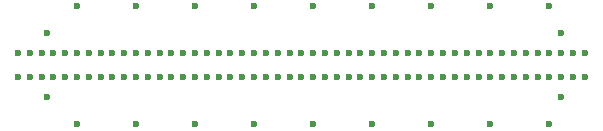
<source format=gbr>
G04 #@! TF.FileFunction,Copper,L2,Inr,Signal*
%FSLAX46Y46*%
G04 Gerber Fmt 4.6, Leading zero omitted, Abs format (unit mm)*
G04 Created by KiCad (PCBNEW 4.0.2-stable) date Mon Jul  4 16:25:18 2016*
%MOMM*%
G01*
G04 APERTURE LIST*
%ADD10C,0.100000*%
%ADD11C,0.600000*%
G04 APERTURE END LIST*
D10*
D11*
X120000000Y-85000000D03*
X125000000Y-85000000D03*
X130000000Y-85000000D03*
X135000000Y-85000000D03*
X140000000Y-85000000D03*
X145000000Y-85000000D03*
X150000000Y-85000000D03*
X155000000Y-85000000D03*
X160000000Y-85000000D03*
X160000000Y-95000000D03*
X155000000Y-95000000D03*
X150000000Y-95000000D03*
X145000000Y-95000000D03*
X140000000Y-95000000D03*
X135000000Y-95000000D03*
X130000000Y-95000000D03*
X125000000Y-95000000D03*
X120000000Y-95000000D03*
X163000000Y-91000000D03*
X162000000Y-91000000D03*
X161000000Y-91000000D03*
X160000000Y-91000000D03*
X159000000Y-91000000D03*
X158000000Y-91000000D03*
X157000000Y-91000000D03*
X156000000Y-91000000D03*
X155000000Y-91000000D03*
X154000000Y-91000000D03*
X153000000Y-91000000D03*
X152000000Y-91000000D03*
X151000000Y-91000000D03*
X150000000Y-91000000D03*
X149000000Y-91000000D03*
X148000000Y-91000000D03*
X147000000Y-91000000D03*
X146000000Y-91000000D03*
X145000000Y-91000000D03*
X144000000Y-91000000D03*
X143000000Y-91000000D03*
X142000000Y-91000000D03*
X141000000Y-91000000D03*
X140000000Y-91000000D03*
X139000000Y-91000000D03*
X138000000Y-91000000D03*
X137000000Y-91000000D03*
X136000000Y-91000000D03*
X135000000Y-91000000D03*
X134000000Y-91000000D03*
X133000000Y-91000000D03*
X132000000Y-91000000D03*
X131000000Y-91000000D03*
X130000000Y-91000000D03*
X129000000Y-91000000D03*
X128000000Y-91000000D03*
X127000000Y-91000000D03*
X126000000Y-91000000D03*
X125000000Y-91000000D03*
X124000000Y-91000000D03*
X123000000Y-91000000D03*
X122000000Y-91000000D03*
X121000000Y-91000000D03*
X120000000Y-91000000D03*
X119000000Y-91000000D03*
X118000000Y-91000000D03*
X117000000Y-91000000D03*
X116000000Y-91000000D03*
X163000000Y-89000000D03*
X162000000Y-89000000D03*
X161000000Y-89000000D03*
X160000000Y-89000000D03*
X159000000Y-89000000D03*
X158000000Y-89000000D03*
X157000000Y-89000000D03*
X156000000Y-89000000D03*
X155000000Y-89000000D03*
X154000000Y-89000000D03*
X153000000Y-89000000D03*
X152000000Y-89000000D03*
X151000000Y-89000000D03*
X150000000Y-89000000D03*
X149000000Y-89000000D03*
X148000000Y-89000000D03*
X147000000Y-89000000D03*
X146000000Y-89000000D03*
X145000000Y-89000000D03*
X144000000Y-89000000D03*
X143000000Y-89000000D03*
X142000000Y-89000000D03*
X141000000Y-89000000D03*
X140000000Y-89000000D03*
X139000000Y-89000000D03*
X138000000Y-89000000D03*
X137000000Y-89000000D03*
X136000000Y-89000000D03*
X135000000Y-89000000D03*
X134000000Y-89000000D03*
X133000000Y-89000000D03*
X132000000Y-89000000D03*
X131000000Y-89000000D03*
X130000000Y-89000000D03*
X129000000Y-89000000D03*
X128000000Y-89000000D03*
X127000000Y-89000000D03*
X126000000Y-89000000D03*
X125000000Y-89000000D03*
X124000000Y-89000000D03*
X123000000Y-89000000D03*
X122000000Y-89000000D03*
X121000000Y-89000000D03*
X120000000Y-89000000D03*
X119000000Y-89000000D03*
X118000000Y-89000000D03*
X117000000Y-89000000D03*
X116000000Y-89000000D03*
X115000000Y-91000000D03*
X115000000Y-89000000D03*
X161000000Y-92700000D03*
X161000000Y-87300000D03*
X117500000Y-92700000D03*
X117500000Y-87300000D03*
M02*

</source>
